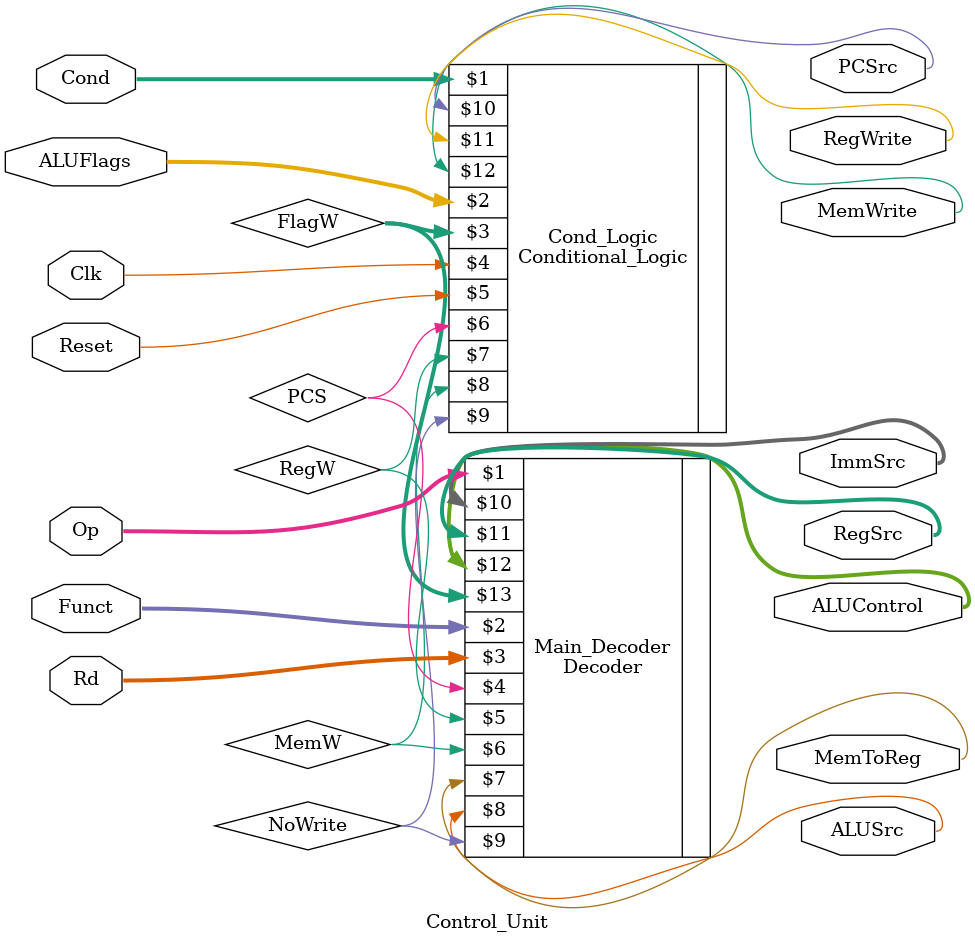
<source format=sv>
module Control_Unit(input logic [3:0] Cond, ALUFlags, Rd,
						  input logic [5:0] Funct,
						  input logic [1:0] Op,
						  input logic Clk, Reset,
						  output logic [1:0] ImmSrc, RegSrc, ALUControl,
						  output logic PCSrc, RegWrite, MemWrite, MemToReg, ALUSrc);
	
	logic PCS, RegW, MemW, NoWrite;
	logic [1:0] FlagW;
	
	Decoder Main_Decoder(Op, Funct, Rd, PCS, RegW, MemW, MemToReg, ALUSrc, NoWrite, ImmSrc, RegSrc, ALUControl, FlagW);
	Conditional_Logic Cond_Logic(Cond, ALUFlags, FlagW, Clk, Reset, PCS, RegW, MemW, NoWrite, PCSrc, RegWrite, MemWrite);
	

endmodule

</source>
